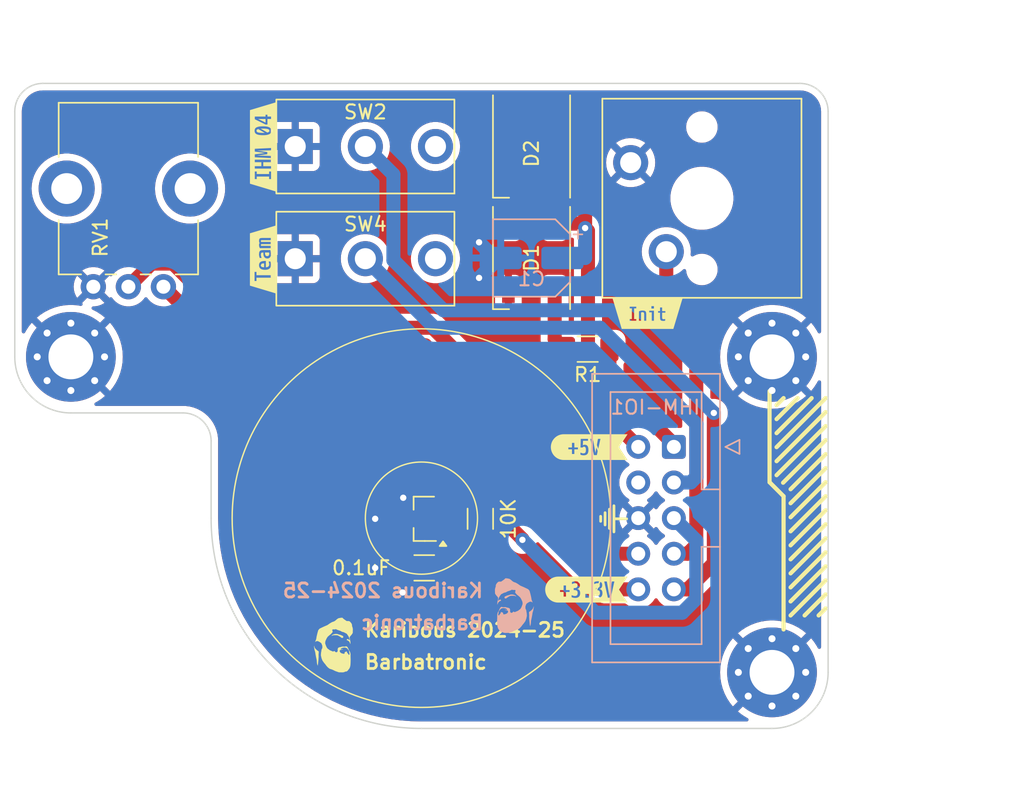
<source format=kicad_pcb>
(kicad_pcb (version 20240108) (generator "pcbnew") (generator_version "8.0")
  (layers (0 "F.Cu" signal "Front") (31 "B.Cu" signal "Back") (34 "B.Paste" user) (35 "F.Paste" user) (36 "B.SilkS" user "B.Silkscreen") (37 "F.SilkS" user "F.Silkscreen") (38 "B.Mask" user) (39 "F.Mask" user) (44 "Edge.Cuts" user))
  (net 0 "")
  (net 1 "+5V")
  (net 2 "+3.3V")
  (net 3 "NEO_PIXEL")
  (net 4 "Net-(D1-DIN)")
  (net 5 "GND")
  (net 6 "Couleur")
  (net 7 "Init")
  (net 8 "+3V3")
  (net 9 "Tirette")
  (net 11 "Analog1")
  (net 13 "Net-(D1-DOUT)")
  (net 14 "Analog0")
  (net 16 "Detection")
  (footprint "LED_SMD:LED_WS2812B_PLCC4_5.0x5.0mm_P3.2mm" (layer "F.Cu") (at 156.650001 74.45 -90)
    (property "Reference" "D2" (at 0.5 0 90) (layer "F.SilkS"))
    (property "Value" "WS2812B")
    (pad "1" smd rect (at -2.45 -1.65 270) (size 1.5 0.9) (layers "F.Cu" "F.Paste" "F.Mask") (net 1 "+5V"))
    (pad "2" smd rect (at -2.45 1.65 270) (size 1.5 0.9) (layers "F.Cu" "F.Paste" "F.Mask"))
    (pad "3" smd rect (at 2.45 1.65 270) (size 1.5 0.9) (layers "F.Cu" "F.Paste" "F.Mask") (net 5 "GND"))
    (pad "4" smd rect (at 2.45 -1.65 270) (size 1.5 0.9) (layers "F.Cu" "F.Paste" "F.Mask") (net 13 "Net-(D1-DOUT)"))
  )
  (footprint "kibuzzard-64A1DFD6" (layer "F.Cu") (at 137.495235 74.477377 90)
    (property "Reference" "kibuzzard-64A1DFD6" (hide yes))
    (property "Value" "G***" (hide yes))
  )
  (footprint "Potentiometer_THT:Potentiometer_Bourns_PTV09A-1_Single_Vertical" (layer "F.Cu") (at 130.400001 84.45 90)
    (property "Reference" "RV1" (at 3.51 -4.5 -90) (layer "F.SilkS"))
    (property "Value" "R_Potentiometer_Small" (hide yes))
    (pad "" np_thru_hole circle (at 7 -6.9 90) (size 4 4) (drill 2.2) (layers "*.Cu" "*.Mask"))
    (pad "" np_thru_hole circle (at 7 1.899999 90) (size 4 4) (drill 2.2) (layers "*.Cu" "*.Mask"))
    (pad "1" thru_hole circle (at 0 0 90) (size 1.8 1.8) (drill 1) (layers "*.Cu" "*.Mask") (net 8 "+3V3"))
    (pad "2" thru_hole circle (at 0 -2.5 90) (size 1.8 1.8) (drill 1) (layers "*.Cu" "*.Mask") (net 14 "Analog0"))
    (pad "3" thru_hole circle (at 0 -5 90) (size 1.8 1.8) (drill 1) (layers "*.Cu" "*.Mask") (net 5 "GND"))
  )
  (footprint "kibuzzard-64A1DFA1" (layer "F.Cu") (at 137.485051 82.505721 90)
    (property "Reference" "kibuzzard-64A1DFA1" (hide yes))
    (property "Value" "G***" (hide yes))
  )
  (footprint "LOGO" (layer "F.Cu") (at 162.5 101 -90)
    (property "Reference" "G***" (hide yes))
    (property "Value" "LOGO" (hide yes))
  )
  (footprint "MountingHole:MountingHole_3.2mm_M3_Pad_Via" (layer "F.Cu") (at 173.8 111.95)
    (property "Reference" "H4" (hide yes))
    (property "Value" "M3")
    (pad "1" thru_hole circle (at -2.4 0) (size 0.8 0.8) (drill 0.5) (layers "*.Cu" "*.Mask") (net 5 "GND"))
    (pad "1" thru_hole circle (at -1.697056 -1.697056) (size 0.8 0.8) (drill 0.5) (layers "*.Cu" "*.Mask") (net 5 "GND"))
    (pad "1" thru_hole circle (at -1.697056 1.697056) (size 0.8 0.8) (drill 0.5) (layers "*.Cu" "*.Mask") (net 5 "GND"))
    (pad "1" thru_hole circle (at 0 -2.4) (size 0.8 0.8) (drill 0.5) (layers "*.Cu" "*.Mask") (net 5 "GND"))
    (pad "1" thru_hole circle (at 0 0) (size 6.4 6.4) (drill 3.2) (layers "*.Cu" "*.Mask") (net 5 "GND"))
    (pad "1" thru_hole circle (at 0 2.4) (size 0.8 0.8) (drill 0.5) (layers "*.Cu" "*.Mask") (net 5 "GND"))
    (pad "1" thru_hole circle (at 1.697056 -1.697056) (size 0.8 0.8) (drill 0.5) (layers "*.Cu" "*.Mask") (net 5 "GND"))
    (pad "1" thru_hole circle (at 1.697056 1.697056) (size 0.8 0.8) (drill 0.5) (layers "*.Cu" "*.Mask") (net 5 "GND"))
    (pad "1" thru_hole circle (at 2.4 0) (size 0.8 0.8) (drill 0.5) (layers "*.Cu" "*.Mask") (net 5 "GND"))
  )
  (footprint "footprints:SK-12D10 1P2T" (layer "F.Cu") (at 144.8 82.45)
    (property "Reference" "SW4" (at 0 -2.46 0) (layer "F.SilkS"))
    (property "Value" "SW_SPDT")
    (pad "1" thru_hole rect (at -5 0) (size 2.5 2.5) (drill 1.5) (layers "*.Cu" "*.Mask") (net 5 "GND"))
    (pad "2" thru_hole circle (at 0 0) (size 2.5 2.5) (drill 1.5) (layers "*.Cu" "*.Mask") (net 6 "Couleur"))
    (pad "3" thru_hole circle (at 5 0) (size 2.5 2.5) (drill 1.5) (layers "*.Cu" "*.Mask"))
  )
  (footprint "Resistor_SMD:R_1206_3216Metric_Pad1.30x1.75mm_HandSolder" (layer "F.Cu") (at 153 101 -90)
    (property "Reference" "R3" (hide yes))
    (property "Value" "10K" (at 0 -2 90) (layer "F.SilkS"))
    (pad "1" smd roundrect (at -1.55 0 270) (size 1.3 1.75) (layers "F.Cu" "F.Paste" "F.Mask") (roundrect_rratio 0.192308) (net 9 "Tirette"))
    (pad "2" smd roundrect (at 1.55 0 270) (size 1.3 1.75) (layers "F.Cu" "F.Paste" "F.Mask") (roundrect_rratio 0.192308) (net 2 "+3.3V"))
  )
  (footprint "MountingHole:MountingHole_3.2mm_M3_Pad_Via" (layer "F.Cu") (at 123.8 89.45)
    (property "Reference" "H3" (hide yes))
    (property "Value" "M3")
    (pad "1" thru_hole circle (at -2.4 0) (size 0.8 0.8) (drill 0.5) (layers "*.Cu" "*.Mask") (net 5 "GND"))
    (pad "1" thru_hole circle (at -1.697056 -1.697056) (size 0.8 0.8) (drill 0.5) (layers "*.Cu" "*.Mask") (net 5 "GND"))
    (pad "1" thru_hole circle (at -1.697056 1.697056) (size 0.8 0.8) (drill 0.5) (layers "*.Cu" "*.Mask") (net 5 "GND"))
    (pad "1" thru_hole circle (at 0 -2.4) (size 0.8 0.8) (drill 0.5) (layers "*.Cu" "*.Mask") (net 5 "GND"))
    (pad "1" thru_hole circle (at 0 0) (size 6.4 6.4) (drill 3.2) (layers "*.Cu" "*.Mask") (net 5 "GND"))
    (pad "1" thru_hole circle (at 0 2.4) (size 0.8 0.8) (drill 0.5) (layers "*.Cu" "*.Mask") (net 5 "GND"))
    (pad "1" thru_hole circle (at 1.697056 -1.697056) (size 0.8 0.8) (drill 0.5) (layers "*.Cu" "*.Mask") (net 5 "GND"))
    (pad "1" thru_hole circle (at 1.697056 1.697056) (size 0.8 0.8) (drill 0.5) (layers "*.Cu" "*.Mask") (net 5 "GND"))
    (pad "1" thru_hole circle (at 2.4 0) (size 0.8 0.8) (drill 0.5) (layers "*.Cu" "*.Mask") (net 5 "GND"))
  )
  (footprint "MountingHole:MountingHole_3.2mm_M3_Pad_Via" (layer "F.Cu") (at 173.8 89.45)
    (property "Reference" "H2" (hide yes))
    (property "Value" "M3")
    (pad "1" thru_hole circle (at -2.4 0) (size 0.8 0.8) (drill 0.5) (layers "*.Cu" "*.Mask") (net 5 "GND"))
    (pad "1" thru_hole circle (at -1.697056 -1.697056) (size 0.8 0.8) (drill 0.5) (layers "*.Cu" "*.Mask") (net 5 "GND"))
    (pad "1" thru_hole circle (at -1.697056 1.697056) (size 0.8 0.8) (drill 0.5) (layers "*.Cu" "*.Mask") (net 5 "GND"))
    (pad "1" thru_hole circle (at 0 -2.4) (size 0.8 0.8) (drill 0.5) (layers "*.Cu" "*.Mask") (net 5 "GND"))
    (pad "1" thru_hole circle (at 0 0) (size 6.4 6.4) (drill 3.2) (layers "*.Cu" "*.Mask") (net 5 "GND"))
    (pad "1" thru_hole circle (at 0 2.4) (size 0.8 0.8) (drill 0.5) (layers "*.Cu" "*.Mask") (net 5 "GND"))
    (pad "1" thru_hole circle (at 1.697056 -1.697056) (size 0.8 0.8) (drill 0.5) (layers "*.Cu" "*.Mask") (net 5 "GND"))
    (pad "1" thru_hole circle (at 1.697056 1.697056) (size 0.8 0.8) (drill 0.5) (layers "*.Cu" "*.Mask") (net 5 "GND"))
    (pad "1" thru_hole circle (at 2.4 0) (size 0.8 0.8) (drill 0.5) (layers "*.Cu" "*.Mask") (net 5 "GND"))
  )
  (footprint "kibuzzard-666F551A" (layer "F.Cu") (at 164.923575 86.36)
    (property "Reference" "kibuzzard-666F551A" (hide yes))
    (property "Value" "G***" (hide yes))
  )
  (footprint "Package_TO_SOT_SMD:SOT-23_Handsoldering" (layer "F.Cu") (at 149 101 180)
    (property "Reference" "U2" (hide yes))
    (property "Value" "DRV5023")
    (pad "1" smd roundrect (at -1.5 -0.95 180) (size 1.9 0.8) (layers "F.Cu" "F.Paste" "F.Mask") (net 2 "+3.3V"))
    (pad "2" smd roundrect (at -1.5 0.95 180) (size 1.9 0.8) (layers "F.Cu" "F.Paste" "F.Mask") (net 9 "Tirette"))
    (pad "3" smd roundrect (at 1.5 0 180) (size 1.9 0.8) (layers "F.Cu" "F.Paste" "F.Mask") (net 5 "GND"))
  )
  (footprint "kibuzzard-64A1DF73" (layer "F.Cu") (at 160.564692 106.047727)
    (property "Reference" "kibuzzard-64A1DF73" (hide yes))
    (property "Value" "G***" (hide yes))
  )
  (footprint "footprints:SK-12D10 1P2T" (layer "F.Cu") (at 144.8 74.45)
    (property "Reference" "SW2" (at 0 -2.46 0) (layer "F.SilkS"))
    (property "Value" "SW_SPDT")
    (pad "1" thru_hole rect (at -5 0) (size 2.5 2.5) (drill 1.5) (layers "*.Cu" "*.Mask") (net 5 "GND"))
    (pad "2" thru_hole circle (at 0 0) (size 2.5 2.5) (drill 1.5) (layers "*.Cu" "*.Mask") (net 16 "Detection"))
    (pad "3" thru_hole circle (at 5 0) (size 2.5 2.5) (drill 1.5) (layers "*.Cu" "*.Mask"))
  )
  (footprint "Capacitor_SMD:C_1206_3216Metric_Pad1.33x1.80mm_HandSolder" (layer "F.Cu") (at 149 104.5 180)
    (property "Reference" "C3" (hide yes))
    (property "Value" "0.1uF" (at 4.5 0 360) (layer "F.SilkS"))
    (pad "1" smd roundrect (at -1.5625 0 180) (size 1.325 1.8) (layers "F.Cu" "F.Paste" "F.Mask") (roundrect_rratio 0.188679) (net 2 "+3.3V"))
    (pad "2" smd roundrect (at 1.5625 0 180) (size 1.325 1.8) (layers "F.Cu" "F.Paste" "F.Mask") (roundrect_rratio 0.188679) (net 5 "GND"))
  )
  (footprint "LED_SMD:LED_WS2812B_PLCC4_5.0x5.0mm_P3.2mm" (layer "F.Cu") (at 156.65 82.4 -90)
    (property "Reference" "D1" (at 0 0 90) (layer "F.SilkS"))
    (property "Value" "WS2812B")
    (pad "1" smd rect (at -2.45 -1.65 270) (size 1.5 0.9) (layers "F.Cu" "F.Paste" "F.Mask") (net 1 "+5V"))
    (pad "2" smd rect (at -2.45 1.65 270) (size 1.5 0.9) (layers "F.Cu" "F.Paste" "F.Mask") (net 13 "Net-(D1-DOUT)"))
    (pad "3" smd rect (at 2.45 1.65 270) (size 1.5 0.9) (layers "F.Cu" "F.Paste" "F.Mask") (net 5 "GND"))
    (pad "4" smd rect (at 2.45 -1.65 270) (size 1.5 0.9) (layers "F.Cu" "F.Paste" "F.Mask") (net 4 "Net-(D1-DIN)"))
  )
  (footprint "Resistor_SMD:R_1206_3216Metric_Pad1.30x1.75mm_HandSolder" (layer "F.Cu") (at 160.655 88.9 180)
    (property "Reference" "R1" (at 0 -1.82 180) (layer "F.SilkS"))
    (property "Value" "R_Small")
    (pad "1" smd roundrect (at -1.550001 0 180) (size 1.3 1.75) (layers "F.Cu" "F.Paste" "F.Mask") (roundrect_rratio 0.192308) (net 3 "NEO_PIXEL"))
    (pad "2" smd roundrect (at 1.550001 0 180) (size 1.3 1.75) (layers "F.Cu" "F.Paste" "F.Mask") (roundrect_rratio 0.192308) (net 4 "Net-(D1-DIN)"))
  )
  (footprint "LOGO" (layer "F.Cu") (at 142.5 110)
    (property "Reference" "G***" (hide yes))
    (property "Value" "LOGO" (hide yes))
  )
  (footprint "PCM_Switch_Keyboard_Cherry_MX:SW_Cherry_MX_PCB_1.00u" (layer "F.Cu") (at 168.8 78.14 90)
    (property "Reference" "SW1" (hide yes))
    (property "Value" "SW_Push")
    (pad "" np_thru_hole circle (at -5.08 0 90) (size 1.75 1.75) (drill 1.75) (layers "*.Cu" "*.Mask"))
    (pad "" np_thru_hole circle (at 0 0 90) (size 4 4) (drill 4) (layers "*.Cu" "*.Mask"))
    (pad "" np_thru_hole circle (at 5.08 0 90) (size 1.75 1.75) (drill 1.75) (layers "*.Cu" "*.Mask"))
    (pad "1" thru_hole circle (at -3.81 -2.54 90) (size 2.5 2.5) (drill 1.5) (layers "*.Cu" "*.Mask") (net 7 "Init"))
    (pad "2" thru_hole circle (at 2.54 -5.08 90) (size 2.5 2.5) (drill 1.5) (layers "*.Cu" "*.Mask") (net 5 "GND"))
  )
  (footprint "kibuzzard-64A1DF46" (layer "F.Cu") (at 160.763945 95.885855)
    (property "Reference" "kibuzzard-64A1DF46" (hide yes))
    (property "Value" "G***" (hide yes))
  )
  (footprint "Connector_IDC:IDC-Header_2x05_P2.54mm_Vertical" (layer "B.Cu") (at 166.8 95.87 180)
    (property "Reference" "IHM-IO1" (at 1.322 2.822 0) (layer "B.SilkS") (effects (justify mirror)))
    (property "Value" "Conn_02x05_Odd_Even")
    (pad "1" thru_hole roundrect (at 0 0 180) (size 1.7 1.7) (drill 1) (layers "*.Cu" "*.Mask") (roundrect_rratio 0.147059) (net 3 "NEO_PIXEL"))
    (pad "2" thru_hole circle (at 2.54 0 180) (size 1.7 1.7) (drill 1) (layers "*.Cu" "*.Mask") (net 1 "+5V"))
    (pad "3" thru_hole circle (at 0 -2.54 180) (size 1.7 1.7) (drill 1) (layers "*.Cu" "*.Mask") (net 6 "Couleur"))
    (pad "4" thru_hole circle (at 2.54 -2.54 180) (size 1.7 1.7) (drill 1) (layers "*.Cu" "*.Mask") (net 11 "Analog1"))
    (pad "5" thru_hole circle (at 0 -5.08 180) (size 1.7 1.7) (drill 1) (layers "*.Cu" "*.Mask") (net 9 "Tirette"))
    (pad "6" thru_hole circle (at 2.54 -5.08 180) (size 1.7 1.7) (drill 1) (layers "*.Cu" "*.Mask") (net 5 "GND"))
    (pad "7" thru_hole circle (at 0 -7.62 180) (size 1.7 1.7) (drill 1) (layers "*.Cu" "*.Mask") (net 7 "Init"))
    (pad "8" thru_hole circle (at 2.54 -7.62 180) (size 1.7 1.7) (drill 1) (layers "*.Cu" "*.Mask") (net 14 "Analog0"))
    (pad "9" thru_hole circle (at 0 -10.16 180) (size 1.7 1.7) (drill 1) (layers "*.Cu" "*.Mask") (net 16 "Detection"))
    (pad "10" thru_hole circle (at 2.54 -10.16 180) (size 1.7 1.7) (drill 1) (layers "*.Cu" "*.Mask") (net 8 "+3V3"))
  )
  (footprint "Capacitor_SMD:CP_Elec_5x5.4" (layer "B.Cu") (at 156.65 82.4 180)
    (property "Reference" "C1" (at 0 -1.491582 180) (layer "B.SilkS") (effects (justify mirror)))
    (property "Value" "22uF")
    (pad "1" smd roundrect (at -2.2 0 180) (size 3 1.6) (layers "B.Cu" "B.Paste" "B.Mask") (roundrect_rratio 0.15625) (net 1 "+5V"))
    (pad "2" smd roundrect (at 2.2 0 180) (size 3 1.6) (layers "B.Cu" "B.Paste" "B.Mask") (roundrect_rratio 0.15625) (net 5 "GND"))
  )
  (footprint "LOGO" (layer "B.Cu") (at 155.448 107.188 180)
    (property "Reference" "G***" (hide yes))
    (property "Value" "LOGO" (hide yes))
  )
  (gr_line (start 177.625 96.39) (end 175.125 98.89) (stroke (width 0.3)) (layer "F.SilkS"))
  (gr_line (start 177.625 105.39) (end 175.125 107.89) (stroke (width 0.3)) (layer "F.SilkS"))
  (gr_line (start 177.625 103.39) (end 175.125 105.89) (stroke (width 0.3)) (layer "F.SilkS"))
  (gr_line (start 177.625 106.39) (end 176.125 107.89) (stroke (width 0.3)) (layer "F.SilkS"))
  (gr_line (start 174.125 97.89) (end 177.625 94.39) (stroke (width 0.3)) (layer "F.SilkS"))
  (gr_circle (center 148.8 100.95) (end 152.8 100.95) (stroke (width 0.1)) (fill none) (layer "F.SilkS"))
  (gr_line (start 177.625 102.39) (end 175.125 104.89) (stroke (width 0.3)) (layer "F.SilkS"))
  (gr_line (start 174.625 92.39) (end 174.125 92.89) (stroke (width 0.3)) (layer "F.SilkS"))
  (gr_line (start 174.125 94.89) (end 176.625 92.39) (stroke (width 0.3)) (layer "F.SilkS"))
  (gr_line (start 177.625 107.39) (end 177.125 107.89) (stroke (width 0.3)) (layer "F.SilkS"))
  (gr_line (start 177.625 104.39) (end 175.125 106.89) (stroke (width 0.3)) (layer "F.SilkS"))
  (gr_line (start 177.625 100.39) (end 175.125 102.89) (stroke (width 0.3)) (layer "F.SilkS"))
  (gr_line (start 177.625 101.39) (end 175.125 103.89) (stroke (width 0.3)) (layer "F.SilkS"))
  (gr_circle (center 148.8 100.95) (end 162.3 100.95) (stroke (width 0.1)) (fill none) (layer "F.SilkS"))
  (gr_line (start 177.625 98.39) (end 175.125 100.89) (stroke (width 0.3)) (layer "F.SilkS"))
  (gr_line (start 175.625 92.39) (end 174.125 93.89) (stroke (width 0.3)) (layer "F.SilkS"))
  (gr_line (start 174.589367 98.425633) (end 177.625 95.39) (stroke (width 0.3)) (layer "F.SilkS"))
  (gr_line (start 174.625 99.39) (end 174.625 108.89) (stroke (width 0.3)) (layer "F.SilkS"))
  (gr_line (start 177.625 92.39) (end 174.125 95.89) (stroke (width 0.3)) (layer "F.SilkS"))
  (gr_line (start 173.625 98.39) (end 174.625 99.39) (stroke (width 0.3)) (layer "F.SilkS"))
  (gr_line (start 173.625 91.89) (end 173.625 98.39) (stroke (width 0.3)) (layer "F.SilkS"))
  (gr_line (start 174.125 96.89) (end 177.625 93.39) (stroke (width 0.3)) (layer "F.SilkS"))
  (gr_line (start 177.625 99.39) (end 175.125 101.89) (stroke (width 0.3)) (layer "F.SilkS"))
  (gr_line (start 177.625 97.39) (end 175.125 99.89) (stroke (width 0.3)) (layer "F.SilkS"))
  (gr_arc (start 119.8 71.95) (mid 120.385786 70.535786) (end 121.8 69.95) (stroke (width 0.1)) (layer "Edge.Cuts"))
  (gr_line (start 133.8 100.95) (end 133.8 95.45) (stroke (width 0.1)) (layer "Edge.Cuts"))
  (gr_arc (start 175.8 69.95) (mid 177.214214 70.535786) (end 177.8 71.95) (stroke (width 0.1)) (layer "Edge.Cuts"))
  (gr_line (start 121.8 69.95) (end 175.8 69.95) (stroke (width 0.1)) (layer "Edge.Cuts"))
  (gr_arc (start 131.8 93.45) (mid 133.214214 94.035786) (end 133.8 95.45) (stroke (width 0.1)) (layer "Edge.Cuts"))
  (gr_line (start 177.8 71.95) (end 177.8 111.95) (stroke (width 0.1)) (layer "Edge.Cuts"))
  (gr_line (start 119.8 89.45) (end 119.8 71.95) (stroke (width 0.1)) (layer "Edge.Cuts"))
  (gr_line (start 173.8 115.95) (end 148.8 115.95) (stroke (width 0.1)) (layer "Edge.Cuts"))
  (gr_arc (start 123.8 93.45) (mid 120.971573 92.278427) (end 119.8 89.45) (stroke (width 0.1)) (layer "Edge.Cuts"))
  (gr_arc (start 177.8 111.95) (mid 176.628427 114.778427) (end 173.8 115.95) (stroke (width 0.1)) (layer "Edge.Cuts"))
  (gr_arc (start 148.8 115.95) (mid 138.193398 111.556602) (end 133.8 100.95) (stroke (width 0.1)) (layer "Edge.Cuts"))
  (gr_line (start 131.8 93.45) (end 123.8 93.45) (stroke (width 0.1)) (layer "Edge.Cuts"))
  (gr_text "Barbatronic" (at 148.844 108.4072 -0) (layer "B.SilkS") (effects (font (size 1 1) (thickness 0.2)) (justify mirror)))
  (gr_text "Karibous 2024-25" (at 146.05 106.1212 -0) (layer "B.SilkS") (effects (font (size 1 1) (thickness 0.2)) (justify mirror)))
  (gr_text "Karibous 2024-25" (at 151.898 108.9332 0) (layer "F.SilkS") (effects (font (size 1 1) (thickness 0.2))))
  (gr_text "Barbatronic" (at 149.104 111.2192 0) (layer "F.SilkS") (effects (font (size 1 1) (thickness 0.2))))
  (segment (start 160.675594 92.285594) (end 160.675594 80.467711) (width 1) (layer "F.Cu") (net 1))
  (segment (start 160.471883 80.264) (end 160.157883 79.95) (width 1) (layer "F.Cu") (net 1))
  (segment (start 160.675594 80.467711) (end 160.471883 80.264) (width 1) (layer "F.Cu") (net 1))
  (segment (start 160.157883 79.95) (end 158.3 79.95) (width 1) (layer "F.Cu") (net 1))
  (segment (start 160.471883 80.264) (end 160.471883 74.171882) (width 1) (layer "F.Cu") (net 1))
  (segment (start 160.471883 74.171882) (end 158.300001 72) (width 1) (layer "F.Cu") (net 1))
  (segment (start 164.26 95.87) (end 160.675594 92.285594) (width 1) (layer "F.Cu") (net 1))
  (via (at 160.471883 80.264) (size 0.8) (drill 0.45) (layers "F.Cu" "B.Cu") (net 1))
  (segment (start 160.471883 80.264) (end 160.471883 82.4) (width 1) (layer "B.Cu") (net 1))
  (segment (start 160.471883 82.4) (end 158.85 82.4) (width 1) (layer "B.Cu") (net 1))
  (segment (start 150.5 101.95) (end 150.5 102.4375) (width 0.6) (layer "F.Cu") (net 2))
  (segment (start 150.6125 102.55) (end 153 102.55) (width 0.6) (layer "F.Cu") (net 2))
  (segment (start 150.5625 102.0125) (end 150.5 101.95) (width 0.6) (layer "F.Cu") (net 2))
  (segment (start 150.5625 104.5) (end 150.5625 102.0125) (width 0.6) (layer "F.Cu") (net 2))
  (segment (start 150.5 102.4375) (end 150.6125 102.55) (width 0.6) (layer "F.Cu") (net 2))
  (segment (start 166.8 95.68) (end 162.205001 91.085001) (width 1) (layer "F.Cu") (net 3))
  (segment (start 162.205001 91.085001) (end 162.205001 88.9) (width 1) (layer "F.Cu") (net 3))
  (segment (start 166.8 95.87) (end 166.8 95.68) (width 1) (layer "F.Cu") (net 3))
  (segment (start 159.004 88.9) (end 158.3 88.196) (width 1) (layer "F.Cu") (net 4))
  (segment (start 158.3 88.196) (end 158.3 84.85) (width 1) (layer "F.Cu") (net 4))
  (segment (start 159.104999 88.9) (end 159.004 88.9) (width 1) (layer "F.Cu") (net 4))
  (segment (start 147.5 101) (end 147.5 99.5) (width 0.5) (layer "F.Cu") (net 5))
  (segment (start 147.4375 104.5) (end 145.5 104.5) (width 0.5) (layer "F.Cu") (net 5))
  (segment (start 147.5 101) (end 145.5 101) (width 0.5) (layer "F.Cu") (net 5))
  (segment (start 147.4375 104.5) (end 147.4375 106.238796) (width 0.5) (layer "F.Cu") (net 5))
  (segment (start 147.4375 106.238796) (end 147.453903 106.255199) (width 0.5) (layer "F.Cu") (net 5))
  (via (at 145.5 101) (size 0.8) (drill 0.45) (layers "F.Cu" "B.Cu") (net 5))
  (via (at 152.908 81.28) (size 0.8) (drill 0.45) (layers "F.Cu" "B.Cu") (net 5))
  (via (at 147.5 99.5) (size 0.8) (drill 0.45) (layers "F.Cu" "B.Cu") (net 5))
  (via (at 147.453903 106.255199) (size 0.8) (drill 0.45) (layers "F.Cu" "B.Cu") (net 5))
  (via (at 145.5 104.5) (size 0.8) (drill 0.45) (layers "F.Cu" "B.Cu") (net 5))
  (via (at 152.908 83.82) (size 0.8) (drill 0.45) (layers "F.Cu" "B.Cu") (net 5))
  (segment (start 154.028 82.4) (end 152.908 81.28) (width 1) (layer "B.Cu") (net 5))
  (segment (start 154.45 82.4) (end 154.328 82.4) (width 1) (layer "B.Cu") (net 5))
  (segment (start 154.328 82.4) (end 152.908 83.82) (width 1) (layer "B.Cu") (net 5))
  (segment (start 154.45 82.4) (end 154.028 82.4) (width 1) (layer "B.Cu") (net 5))
  (segment (start 168.002081 98.41) (end 168.4 98.012081) (width 1) (layer "B.Cu") (net 6))
  (segment (start 168.4 94.232) (end 161.544 87.376) (width 1) (layer "B.Cu") (net 6))
  (segment (start 168.4 98.012081) (end 168.4 94.232) (width 1) (layer "B.Cu") (net 6))
  (segment (start 149.726 87.376) (end 144.8 82.45) (width 1) (layer "B.Cu") (net 6))
  (segment (start 166.8 98.41) (end 168.002081 98.41) (width 1) (layer "B.Cu") (net 6))
  (segment (start 161.544 87.376) (end 149.726 87.376) (width 1) (layer "B.Cu") (net 6))
  (segment (start 168.4 87.12) (end 166.26 84.98) (width 1) (layer "F.Cu") (net 7))
  (segment (start 167.782 103.49) (end 168.4 102.872) (width 1) (layer "F.Cu") (net 7))
  (segment (start 166.8 103.49) (end 167.782 103.49) (width 1) (layer "F.Cu") (net 7))
  (segment (start 168.4 102.872) (end 168.4 87.12) (width 1) (layer "F.Cu") (net 7))
  (segment (start 166.26 84.98) (end 166.26 81.95) (width 1) (layer "F.Cu") (net 7))
  (segment (start 134.576001 88.626) (end 130.400001 84.45) (width 1) (layer "F.Cu") (net 8))
  (segment (start 157.988 102.108) (end 157.988 97.536) (width 1) (layer "F.Cu") (net 8))
  (segment (start 149.078 88.626) (end 134.576001 88.626) (width 1) (layer "F.Cu") (net 8))
  (segment (start 161.91 106.03) (end 157.988 102.108) (width 1) (layer "F.Cu") (net 8))
  (segment (start 157.988 97.536) (end 149.078 88.626) (width 1) (layer "F.Cu") (net 8))
  (segment (start 164.26 106.03) (end 161.91 106.03) (width 1) (layer "F.Cu") (net 8))
  (segment (start 151.1 99.45) (end 153 99.45) (width 0.6) (layer "F.Cu") (net 9))
  (segment (start 156 102.5) (end 156 102.45) (width 1) (layer "F.Cu") (net 9))
  (segment (start 150.5 100.05) (end 151.1 99.45) (width 0.6) (layer "F.Cu") (net 9))
  (segment (start 156 102.45) (end 153 99.45) (width 1) (layer "F.Cu") (net 9))
  (via (at 156 102.5) (size 0.8) (drill 0.45) (layers "F.Cu" "B.Cu") (net 9))
  (segment (start 166.8 100.95) (end 168.4 102.55) (width 1) (layer "B.Cu") (net 9))
  (segment (start 168.4 102.55) (end 168.4 106.692742) (width 1) (layer "B.Cu") (net 9))
  (segment (start 167.396742 107.696) (end 161.196 107.696) (width 1) (layer "B.Cu") (net 9))
  (segment (start 168.4 106.692742) (end 167.396742 107.696) (width 1) (layer "B.Cu") (net 9))
  (segment (start 161.196 107.696) (end 156 102.5) (width 1) (layer "B.Cu") (net 9))
  (segment (start 155 79.95) (end 155.250001 79.95) (width 1) (layer "F.Cu") (net 13))
  (segment (start 155.250001 79.95) (end 158.300001 76.9) (width 1) (layer "F.Cu") (net 13))
  (segment (start 159.238 101.590234) (end 159.238 97.018233) (width 1) (layer "F.Cu") (net 14))
  (segment (start 159.238 97.018233) (end 149.595767 87.376) (width 1) (layer "F.Cu") (net 14))
  (segment (start 131.083454 82.8) (end 129.550001 82.8) (width 1) (layer "F.Cu") (net 14))
  (segment (start 164.26 103.49) (end 161.137766 103.49) (width 1) (layer "F.Cu") (net 14))
  (segment (start 149.595767 87.376) (end 135.659454 87.376) (width 1) (layer "F.Cu") (net 14))
  (segment (start 161.137766 103.49) (end 159.238 101.590234) (width 1) (layer "F.Cu") (net 14))
  (segment (start 129.550001 82.8) (end 127.900001 84.45) (width 1) (layer "F.Cu") (net 14))
  (segment (start 135.659454 87.376) (end 131.083454 82.8) (width 1) (layer "F.Cu") (net 14))
  (segment (start 167.782 106.03) (end 169.672 104.14) (width 1) (layer "F.Cu") (net 16))
  (segment (start 166.8 106.03) (end 167.782 106.03) (width 1) (layer "F.Cu") (net 16))
  (segment (start 169.672 104.14) (end 169.65 104.118) (width 1) (layer "F.Cu") (net 16))
  (segment (start 169.65 104.118) (end 169.65 93.45) (width 1) (layer "F.Cu") (net 16))
  (via (at 169.65 93.45) (size 0.8) (drill 0.45) (layers "F.Cu" "B.Cu") (net 16))
  (segment (start 162.326 86.126) (end 150.368 86.126) (width 1) (layer "B.Cu") (net 16))
  (segment (start 150.368 86.126) (end 146.8 82.558) (width 1) (layer "B.Cu") (net 16))
  (segment (start 146.8 82.558) (end 146.8 76.45) (width 1) (layer "B.Cu") (net 16))
  (segment (start 146.8 76.45) (end 144.8 74.45) (width 1) (layer "B.Cu") (net 16))
  (segment (start 169.65 93.45) (end 162.326 86.126) (width 1) (layer "B.Cu") (net 16))
  (zone (net 5) (net_name "GND") (layers "F&B.Cu") (connect_pads (clearance 0.5)) (min_thickness 0.25) (fill yes (thermal_gap 0.5) (thermal_bridge_width 0.5))
    (polygon (pts (xy 118.745 69.215) (xy 179.07 69.215) (xy 179.07 116.84) (xy 118.745 116.84)))
  )
)
</source>
